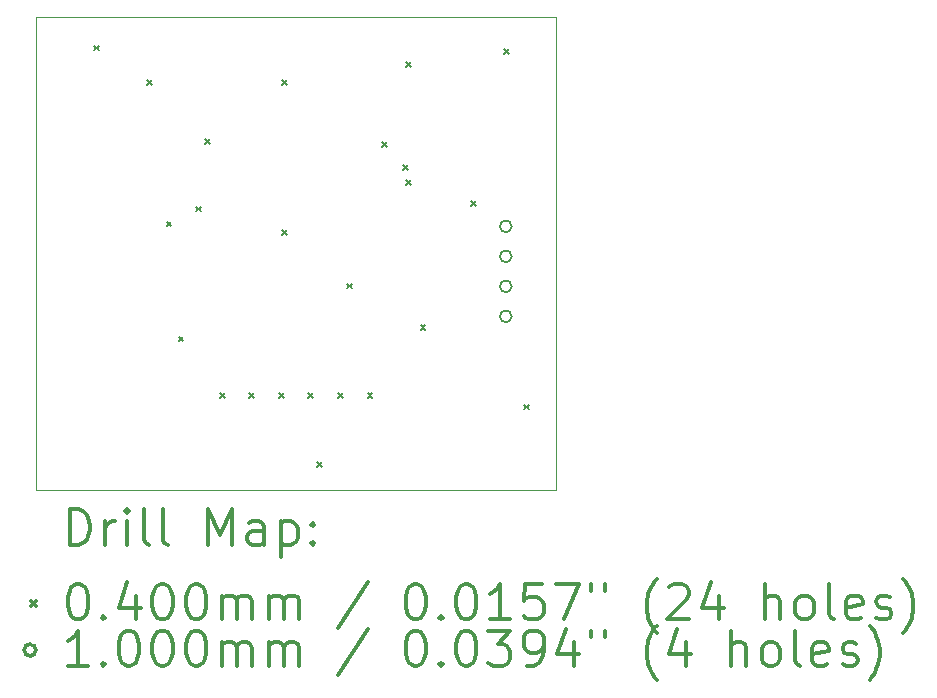
<source format=gbr>
%FSLAX45Y45*%
G04 Gerber Fmt 4.5, Leading zero omitted, Abs format (unit mm)*
G04 Created by KiCad (PCBNEW 5.1.10-88a1d61d58~90~ubuntu20.04.1) date 2021-11-23 17:04:56*
%MOMM*%
%LPD*%
G01*
G04 APERTURE LIST*
%TA.AperFunction,Profile*%
%ADD10C,0.050000*%
%TD*%
%ADD11C,0.200000*%
%ADD12C,0.300000*%
G04 APERTURE END LIST*
D10*
X7900000Y-7000000D02*
X7900000Y-3000000D01*
X12300000Y-7000000D02*
X7900000Y-7000000D01*
X12300000Y-3000000D02*
X12300000Y-7000000D01*
X7900000Y-3000000D02*
X12300000Y-3000000D01*
D11*
X8390000Y-3240000D02*
X8430000Y-3280000D01*
X8430000Y-3240000D02*
X8390000Y-3280000D01*
X8840000Y-3530000D02*
X8880000Y-3570000D01*
X8880000Y-3530000D02*
X8840000Y-3570000D01*
X9005000Y-4730000D02*
X9045000Y-4770000D01*
X9045000Y-4730000D02*
X9005000Y-4770000D01*
X9105000Y-5705000D02*
X9145000Y-5745000D01*
X9145000Y-5705000D02*
X9105000Y-5745000D01*
X9255000Y-4605000D02*
X9295000Y-4645000D01*
X9295000Y-4605000D02*
X9255000Y-4645000D01*
X9330000Y-4030000D02*
X9370000Y-4070000D01*
X9370000Y-4030000D02*
X9330000Y-4070000D01*
X9455000Y-6180000D02*
X9495000Y-6220000D01*
X9495000Y-6180000D02*
X9455000Y-6220000D01*
X9705000Y-6180000D02*
X9745000Y-6220000D01*
X9745000Y-6180000D02*
X9705000Y-6220000D01*
X9955000Y-6180000D02*
X9995000Y-6220000D01*
X9995000Y-6180000D02*
X9955000Y-6220000D01*
X9980000Y-3530000D02*
X10020000Y-3570000D01*
X10020000Y-3530000D02*
X9980000Y-3570000D01*
X9980000Y-4805000D02*
X10020000Y-4845000D01*
X10020000Y-4805000D02*
X9980000Y-4845000D01*
X10205000Y-6180000D02*
X10245000Y-6220000D01*
X10245000Y-6180000D02*
X10205000Y-6220000D01*
X10280000Y-6770000D02*
X10320000Y-6810000D01*
X10320000Y-6770000D02*
X10280000Y-6810000D01*
X10455000Y-6180000D02*
X10495000Y-6220000D01*
X10495000Y-6180000D02*
X10455000Y-6220000D01*
X10530000Y-5255000D02*
X10570000Y-5295000D01*
X10570000Y-5255000D02*
X10530000Y-5295000D01*
X10705000Y-6180000D02*
X10745000Y-6220000D01*
X10745000Y-6180000D02*
X10705000Y-6220000D01*
X10830000Y-4055000D02*
X10870000Y-4095000D01*
X10870000Y-4055000D02*
X10830000Y-4095000D01*
X11005000Y-4255000D02*
X11045000Y-4295000D01*
X11045000Y-4255000D02*
X11005000Y-4295000D01*
X11030000Y-3380000D02*
X11070000Y-3420000D01*
X11070000Y-3380000D02*
X11030000Y-3420000D01*
X11030000Y-4380000D02*
X11070000Y-4420000D01*
X11070000Y-4380000D02*
X11030000Y-4420000D01*
X11155000Y-5605000D02*
X11195000Y-5645000D01*
X11195000Y-5605000D02*
X11155000Y-5645000D01*
X11580000Y-4555000D02*
X11620000Y-4595000D01*
X11620000Y-4555000D02*
X11580000Y-4595000D01*
X11860000Y-3270000D02*
X11900000Y-3310000D01*
X11900000Y-3270000D02*
X11860000Y-3310000D01*
X12030000Y-6280000D02*
X12070000Y-6320000D01*
X12070000Y-6280000D02*
X12030000Y-6320000D01*
X11925000Y-4771000D02*
G75*
G03*
X11925000Y-4771000I-50000J0D01*
G01*
X11925000Y-5025000D02*
G75*
G03*
X11925000Y-5025000I-50000J0D01*
G01*
X11925000Y-5279000D02*
G75*
G03*
X11925000Y-5279000I-50000J0D01*
G01*
X11925000Y-5533000D02*
G75*
G03*
X11925000Y-5533000I-50000J0D01*
G01*
D12*
X8183928Y-7468214D02*
X8183928Y-7168214D01*
X8255357Y-7168214D01*
X8298214Y-7182500D01*
X8326786Y-7211071D01*
X8341071Y-7239643D01*
X8355357Y-7296786D01*
X8355357Y-7339643D01*
X8341071Y-7396786D01*
X8326786Y-7425357D01*
X8298214Y-7453929D01*
X8255357Y-7468214D01*
X8183928Y-7468214D01*
X8483928Y-7468214D02*
X8483928Y-7268214D01*
X8483928Y-7325357D02*
X8498214Y-7296786D01*
X8512500Y-7282500D01*
X8541071Y-7268214D01*
X8569643Y-7268214D01*
X8669643Y-7468214D02*
X8669643Y-7268214D01*
X8669643Y-7168214D02*
X8655357Y-7182500D01*
X8669643Y-7196786D01*
X8683928Y-7182500D01*
X8669643Y-7168214D01*
X8669643Y-7196786D01*
X8855357Y-7468214D02*
X8826786Y-7453929D01*
X8812500Y-7425357D01*
X8812500Y-7168214D01*
X9012500Y-7468214D02*
X8983928Y-7453929D01*
X8969643Y-7425357D01*
X8969643Y-7168214D01*
X9355357Y-7468214D02*
X9355357Y-7168214D01*
X9455357Y-7382500D01*
X9555357Y-7168214D01*
X9555357Y-7468214D01*
X9826786Y-7468214D02*
X9826786Y-7311071D01*
X9812500Y-7282500D01*
X9783928Y-7268214D01*
X9726786Y-7268214D01*
X9698214Y-7282500D01*
X9826786Y-7453929D02*
X9798214Y-7468214D01*
X9726786Y-7468214D01*
X9698214Y-7453929D01*
X9683928Y-7425357D01*
X9683928Y-7396786D01*
X9698214Y-7368214D01*
X9726786Y-7353929D01*
X9798214Y-7353929D01*
X9826786Y-7339643D01*
X9969643Y-7268214D02*
X9969643Y-7568214D01*
X9969643Y-7282500D02*
X9998214Y-7268214D01*
X10055357Y-7268214D01*
X10083928Y-7282500D01*
X10098214Y-7296786D01*
X10112500Y-7325357D01*
X10112500Y-7411071D01*
X10098214Y-7439643D01*
X10083928Y-7453929D01*
X10055357Y-7468214D01*
X9998214Y-7468214D01*
X9969643Y-7453929D01*
X10241071Y-7439643D02*
X10255357Y-7453929D01*
X10241071Y-7468214D01*
X10226786Y-7453929D01*
X10241071Y-7439643D01*
X10241071Y-7468214D01*
X10241071Y-7282500D02*
X10255357Y-7296786D01*
X10241071Y-7311071D01*
X10226786Y-7296786D01*
X10241071Y-7282500D01*
X10241071Y-7311071D01*
X7857500Y-7942500D02*
X7897500Y-7982500D01*
X7897500Y-7942500D02*
X7857500Y-7982500D01*
X8241071Y-7798214D02*
X8269643Y-7798214D01*
X8298214Y-7812500D01*
X8312500Y-7826786D01*
X8326786Y-7855357D01*
X8341071Y-7912500D01*
X8341071Y-7983929D01*
X8326786Y-8041071D01*
X8312500Y-8069643D01*
X8298214Y-8083929D01*
X8269643Y-8098214D01*
X8241071Y-8098214D01*
X8212500Y-8083929D01*
X8198214Y-8069643D01*
X8183928Y-8041071D01*
X8169643Y-7983929D01*
X8169643Y-7912500D01*
X8183928Y-7855357D01*
X8198214Y-7826786D01*
X8212500Y-7812500D01*
X8241071Y-7798214D01*
X8469643Y-8069643D02*
X8483928Y-8083929D01*
X8469643Y-8098214D01*
X8455357Y-8083929D01*
X8469643Y-8069643D01*
X8469643Y-8098214D01*
X8741071Y-7898214D02*
X8741071Y-8098214D01*
X8669643Y-7783929D02*
X8598214Y-7998214D01*
X8783928Y-7998214D01*
X8955357Y-7798214D02*
X8983928Y-7798214D01*
X9012500Y-7812500D01*
X9026786Y-7826786D01*
X9041071Y-7855357D01*
X9055357Y-7912500D01*
X9055357Y-7983929D01*
X9041071Y-8041071D01*
X9026786Y-8069643D01*
X9012500Y-8083929D01*
X8983928Y-8098214D01*
X8955357Y-8098214D01*
X8926786Y-8083929D01*
X8912500Y-8069643D01*
X8898214Y-8041071D01*
X8883928Y-7983929D01*
X8883928Y-7912500D01*
X8898214Y-7855357D01*
X8912500Y-7826786D01*
X8926786Y-7812500D01*
X8955357Y-7798214D01*
X9241071Y-7798214D02*
X9269643Y-7798214D01*
X9298214Y-7812500D01*
X9312500Y-7826786D01*
X9326786Y-7855357D01*
X9341071Y-7912500D01*
X9341071Y-7983929D01*
X9326786Y-8041071D01*
X9312500Y-8069643D01*
X9298214Y-8083929D01*
X9269643Y-8098214D01*
X9241071Y-8098214D01*
X9212500Y-8083929D01*
X9198214Y-8069643D01*
X9183928Y-8041071D01*
X9169643Y-7983929D01*
X9169643Y-7912500D01*
X9183928Y-7855357D01*
X9198214Y-7826786D01*
X9212500Y-7812500D01*
X9241071Y-7798214D01*
X9469643Y-8098214D02*
X9469643Y-7898214D01*
X9469643Y-7926786D02*
X9483928Y-7912500D01*
X9512500Y-7898214D01*
X9555357Y-7898214D01*
X9583928Y-7912500D01*
X9598214Y-7941071D01*
X9598214Y-8098214D01*
X9598214Y-7941071D02*
X9612500Y-7912500D01*
X9641071Y-7898214D01*
X9683928Y-7898214D01*
X9712500Y-7912500D01*
X9726786Y-7941071D01*
X9726786Y-8098214D01*
X9869643Y-8098214D02*
X9869643Y-7898214D01*
X9869643Y-7926786D02*
X9883928Y-7912500D01*
X9912500Y-7898214D01*
X9955357Y-7898214D01*
X9983928Y-7912500D01*
X9998214Y-7941071D01*
X9998214Y-8098214D01*
X9998214Y-7941071D02*
X10012500Y-7912500D01*
X10041071Y-7898214D01*
X10083928Y-7898214D01*
X10112500Y-7912500D01*
X10126786Y-7941071D01*
X10126786Y-8098214D01*
X10712500Y-7783929D02*
X10455357Y-8169643D01*
X11098214Y-7798214D02*
X11126786Y-7798214D01*
X11155357Y-7812500D01*
X11169643Y-7826786D01*
X11183928Y-7855357D01*
X11198214Y-7912500D01*
X11198214Y-7983929D01*
X11183928Y-8041071D01*
X11169643Y-8069643D01*
X11155357Y-8083929D01*
X11126786Y-8098214D01*
X11098214Y-8098214D01*
X11069643Y-8083929D01*
X11055357Y-8069643D01*
X11041071Y-8041071D01*
X11026786Y-7983929D01*
X11026786Y-7912500D01*
X11041071Y-7855357D01*
X11055357Y-7826786D01*
X11069643Y-7812500D01*
X11098214Y-7798214D01*
X11326786Y-8069643D02*
X11341071Y-8083929D01*
X11326786Y-8098214D01*
X11312500Y-8083929D01*
X11326786Y-8069643D01*
X11326786Y-8098214D01*
X11526786Y-7798214D02*
X11555357Y-7798214D01*
X11583928Y-7812500D01*
X11598214Y-7826786D01*
X11612500Y-7855357D01*
X11626786Y-7912500D01*
X11626786Y-7983929D01*
X11612500Y-8041071D01*
X11598214Y-8069643D01*
X11583928Y-8083929D01*
X11555357Y-8098214D01*
X11526786Y-8098214D01*
X11498214Y-8083929D01*
X11483928Y-8069643D01*
X11469643Y-8041071D01*
X11455357Y-7983929D01*
X11455357Y-7912500D01*
X11469643Y-7855357D01*
X11483928Y-7826786D01*
X11498214Y-7812500D01*
X11526786Y-7798214D01*
X11912500Y-8098214D02*
X11741071Y-8098214D01*
X11826786Y-8098214D02*
X11826786Y-7798214D01*
X11798214Y-7841071D01*
X11769643Y-7869643D01*
X11741071Y-7883929D01*
X12183928Y-7798214D02*
X12041071Y-7798214D01*
X12026786Y-7941071D01*
X12041071Y-7926786D01*
X12069643Y-7912500D01*
X12141071Y-7912500D01*
X12169643Y-7926786D01*
X12183928Y-7941071D01*
X12198214Y-7969643D01*
X12198214Y-8041071D01*
X12183928Y-8069643D01*
X12169643Y-8083929D01*
X12141071Y-8098214D01*
X12069643Y-8098214D01*
X12041071Y-8083929D01*
X12026786Y-8069643D01*
X12298214Y-7798214D02*
X12498214Y-7798214D01*
X12369643Y-8098214D01*
X12598214Y-7798214D02*
X12598214Y-7855357D01*
X12712500Y-7798214D02*
X12712500Y-7855357D01*
X13155357Y-8212500D02*
X13141071Y-8198214D01*
X13112500Y-8155357D01*
X13098214Y-8126786D01*
X13083928Y-8083929D01*
X13069643Y-8012500D01*
X13069643Y-7955357D01*
X13083928Y-7883929D01*
X13098214Y-7841071D01*
X13112500Y-7812500D01*
X13141071Y-7769643D01*
X13155357Y-7755357D01*
X13255357Y-7826786D02*
X13269643Y-7812500D01*
X13298214Y-7798214D01*
X13369643Y-7798214D01*
X13398214Y-7812500D01*
X13412500Y-7826786D01*
X13426786Y-7855357D01*
X13426786Y-7883929D01*
X13412500Y-7926786D01*
X13241071Y-8098214D01*
X13426786Y-8098214D01*
X13683928Y-7898214D02*
X13683928Y-8098214D01*
X13612500Y-7783929D02*
X13541071Y-7998214D01*
X13726786Y-7998214D01*
X14069643Y-8098214D02*
X14069643Y-7798214D01*
X14198214Y-8098214D02*
X14198214Y-7941071D01*
X14183928Y-7912500D01*
X14155357Y-7898214D01*
X14112500Y-7898214D01*
X14083928Y-7912500D01*
X14069643Y-7926786D01*
X14383928Y-8098214D02*
X14355357Y-8083929D01*
X14341071Y-8069643D01*
X14326786Y-8041071D01*
X14326786Y-7955357D01*
X14341071Y-7926786D01*
X14355357Y-7912500D01*
X14383928Y-7898214D01*
X14426786Y-7898214D01*
X14455357Y-7912500D01*
X14469643Y-7926786D01*
X14483928Y-7955357D01*
X14483928Y-8041071D01*
X14469643Y-8069643D01*
X14455357Y-8083929D01*
X14426786Y-8098214D01*
X14383928Y-8098214D01*
X14655357Y-8098214D02*
X14626786Y-8083929D01*
X14612500Y-8055357D01*
X14612500Y-7798214D01*
X14883928Y-8083929D02*
X14855357Y-8098214D01*
X14798214Y-8098214D01*
X14769643Y-8083929D01*
X14755357Y-8055357D01*
X14755357Y-7941071D01*
X14769643Y-7912500D01*
X14798214Y-7898214D01*
X14855357Y-7898214D01*
X14883928Y-7912500D01*
X14898214Y-7941071D01*
X14898214Y-7969643D01*
X14755357Y-7998214D01*
X15012500Y-8083929D02*
X15041071Y-8098214D01*
X15098214Y-8098214D01*
X15126786Y-8083929D01*
X15141071Y-8055357D01*
X15141071Y-8041071D01*
X15126786Y-8012500D01*
X15098214Y-7998214D01*
X15055357Y-7998214D01*
X15026786Y-7983929D01*
X15012500Y-7955357D01*
X15012500Y-7941071D01*
X15026786Y-7912500D01*
X15055357Y-7898214D01*
X15098214Y-7898214D01*
X15126786Y-7912500D01*
X15241071Y-8212500D02*
X15255357Y-8198214D01*
X15283928Y-8155357D01*
X15298214Y-8126786D01*
X15312500Y-8083929D01*
X15326786Y-8012500D01*
X15326786Y-7955357D01*
X15312500Y-7883929D01*
X15298214Y-7841071D01*
X15283928Y-7812500D01*
X15255357Y-7769643D01*
X15241071Y-7755357D01*
X7897500Y-8358500D02*
G75*
G03*
X7897500Y-8358500I-50000J0D01*
G01*
X8341071Y-8494214D02*
X8169643Y-8494214D01*
X8255357Y-8494214D02*
X8255357Y-8194214D01*
X8226786Y-8237071D01*
X8198214Y-8265643D01*
X8169643Y-8279929D01*
X8469643Y-8465643D02*
X8483928Y-8479929D01*
X8469643Y-8494214D01*
X8455357Y-8479929D01*
X8469643Y-8465643D01*
X8469643Y-8494214D01*
X8669643Y-8194214D02*
X8698214Y-8194214D01*
X8726786Y-8208500D01*
X8741071Y-8222786D01*
X8755357Y-8251357D01*
X8769643Y-8308500D01*
X8769643Y-8379929D01*
X8755357Y-8437072D01*
X8741071Y-8465643D01*
X8726786Y-8479929D01*
X8698214Y-8494214D01*
X8669643Y-8494214D01*
X8641071Y-8479929D01*
X8626786Y-8465643D01*
X8612500Y-8437072D01*
X8598214Y-8379929D01*
X8598214Y-8308500D01*
X8612500Y-8251357D01*
X8626786Y-8222786D01*
X8641071Y-8208500D01*
X8669643Y-8194214D01*
X8955357Y-8194214D02*
X8983928Y-8194214D01*
X9012500Y-8208500D01*
X9026786Y-8222786D01*
X9041071Y-8251357D01*
X9055357Y-8308500D01*
X9055357Y-8379929D01*
X9041071Y-8437072D01*
X9026786Y-8465643D01*
X9012500Y-8479929D01*
X8983928Y-8494214D01*
X8955357Y-8494214D01*
X8926786Y-8479929D01*
X8912500Y-8465643D01*
X8898214Y-8437072D01*
X8883928Y-8379929D01*
X8883928Y-8308500D01*
X8898214Y-8251357D01*
X8912500Y-8222786D01*
X8926786Y-8208500D01*
X8955357Y-8194214D01*
X9241071Y-8194214D02*
X9269643Y-8194214D01*
X9298214Y-8208500D01*
X9312500Y-8222786D01*
X9326786Y-8251357D01*
X9341071Y-8308500D01*
X9341071Y-8379929D01*
X9326786Y-8437072D01*
X9312500Y-8465643D01*
X9298214Y-8479929D01*
X9269643Y-8494214D01*
X9241071Y-8494214D01*
X9212500Y-8479929D01*
X9198214Y-8465643D01*
X9183928Y-8437072D01*
X9169643Y-8379929D01*
X9169643Y-8308500D01*
X9183928Y-8251357D01*
X9198214Y-8222786D01*
X9212500Y-8208500D01*
X9241071Y-8194214D01*
X9469643Y-8494214D02*
X9469643Y-8294214D01*
X9469643Y-8322786D02*
X9483928Y-8308500D01*
X9512500Y-8294214D01*
X9555357Y-8294214D01*
X9583928Y-8308500D01*
X9598214Y-8337071D01*
X9598214Y-8494214D01*
X9598214Y-8337071D02*
X9612500Y-8308500D01*
X9641071Y-8294214D01*
X9683928Y-8294214D01*
X9712500Y-8308500D01*
X9726786Y-8337071D01*
X9726786Y-8494214D01*
X9869643Y-8494214D02*
X9869643Y-8294214D01*
X9869643Y-8322786D02*
X9883928Y-8308500D01*
X9912500Y-8294214D01*
X9955357Y-8294214D01*
X9983928Y-8308500D01*
X9998214Y-8337071D01*
X9998214Y-8494214D01*
X9998214Y-8337071D02*
X10012500Y-8308500D01*
X10041071Y-8294214D01*
X10083928Y-8294214D01*
X10112500Y-8308500D01*
X10126786Y-8337071D01*
X10126786Y-8494214D01*
X10712500Y-8179929D02*
X10455357Y-8565643D01*
X11098214Y-8194214D02*
X11126786Y-8194214D01*
X11155357Y-8208500D01*
X11169643Y-8222786D01*
X11183928Y-8251357D01*
X11198214Y-8308500D01*
X11198214Y-8379929D01*
X11183928Y-8437072D01*
X11169643Y-8465643D01*
X11155357Y-8479929D01*
X11126786Y-8494214D01*
X11098214Y-8494214D01*
X11069643Y-8479929D01*
X11055357Y-8465643D01*
X11041071Y-8437072D01*
X11026786Y-8379929D01*
X11026786Y-8308500D01*
X11041071Y-8251357D01*
X11055357Y-8222786D01*
X11069643Y-8208500D01*
X11098214Y-8194214D01*
X11326786Y-8465643D02*
X11341071Y-8479929D01*
X11326786Y-8494214D01*
X11312500Y-8479929D01*
X11326786Y-8465643D01*
X11326786Y-8494214D01*
X11526786Y-8194214D02*
X11555357Y-8194214D01*
X11583928Y-8208500D01*
X11598214Y-8222786D01*
X11612500Y-8251357D01*
X11626786Y-8308500D01*
X11626786Y-8379929D01*
X11612500Y-8437072D01*
X11598214Y-8465643D01*
X11583928Y-8479929D01*
X11555357Y-8494214D01*
X11526786Y-8494214D01*
X11498214Y-8479929D01*
X11483928Y-8465643D01*
X11469643Y-8437072D01*
X11455357Y-8379929D01*
X11455357Y-8308500D01*
X11469643Y-8251357D01*
X11483928Y-8222786D01*
X11498214Y-8208500D01*
X11526786Y-8194214D01*
X11726786Y-8194214D02*
X11912500Y-8194214D01*
X11812500Y-8308500D01*
X11855357Y-8308500D01*
X11883928Y-8322786D01*
X11898214Y-8337071D01*
X11912500Y-8365643D01*
X11912500Y-8437072D01*
X11898214Y-8465643D01*
X11883928Y-8479929D01*
X11855357Y-8494214D01*
X11769643Y-8494214D01*
X11741071Y-8479929D01*
X11726786Y-8465643D01*
X12055357Y-8494214D02*
X12112500Y-8494214D01*
X12141071Y-8479929D01*
X12155357Y-8465643D01*
X12183928Y-8422786D01*
X12198214Y-8365643D01*
X12198214Y-8251357D01*
X12183928Y-8222786D01*
X12169643Y-8208500D01*
X12141071Y-8194214D01*
X12083928Y-8194214D01*
X12055357Y-8208500D01*
X12041071Y-8222786D01*
X12026786Y-8251357D01*
X12026786Y-8322786D01*
X12041071Y-8351357D01*
X12055357Y-8365643D01*
X12083928Y-8379929D01*
X12141071Y-8379929D01*
X12169643Y-8365643D01*
X12183928Y-8351357D01*
X12198214Y-8322786D01*
X12455357Y-8294214D02*
X12455357Y-8494214D01*
X12383928Y-8179929D02*
X12312500Y-8394214D01*
X12498214Y-8394214D01*
X12598214Y-8194214D02*
X12598214Y-8251357D01*
X12712500Y-8194214D02*
X12712500Y-8251357D01*
X13155357Y-8608500D02*
X13141071Y-8594214D01*
X13112500Y-8551357D01*
X13098214Y-8522786D01*
X13083928Y-8479929D01*
X13069643Y-8408500D01*
X13069643Y-8351357D01*
X13083928Y-8279929D01*
X13098214Y-8237071D01*
X13112500Y-8208500D01*
X13141071Y-8165643D01*
X13155357Y-8151357D01*
X13398214Y-8294214D02*
X13398214Y-8494214D01*
X13326786Y-8179929D02*
X13255357Y-8394214D01*
X13441071Y-8394214D01*
X13783928Y-8494214D02*
X13783928Y-8194214D01*
X13912500Y-8494214D02*
X13912500Y-8337071D01*
X13898214Y-8308500D01*
X13869643Y-8294214D01*
X13826786Y-8294214D01*
X13798214Y-8308500D01*
X13783928Y-8322786D01*
X14098214Y-8494214D02*
X14069643Y-8479929D01*
X14055357Y-8465643D01*
X14041071Y-8437072D01*
X14041071Y-8351357D01*
X14055357Y-8322786D01*
X14069643Y-8308500D01*
X14098214Y-8294214D01*
X14141071Y-8294214D01*
X14169643Y-8308500D01*
X14183928Y-8322786D01*
X14198214Y-8351357D01*
X14198214Y-8437072D01*
X14183928Y-8465643D01*
X14169643Y-8479929D01*
X14141071Y-8494214D01*
X14098214Y-8494214D01*
X14369643Y-8494214D02*
X14341071Y-8479929D01*
X14326786Y-8451357D01*
X14326786Y-8194214D01*
X14598214Y-8479929D02*
X14569643Y-8494214D01*
X14512500Y-8494214D01*
X14483928Y-8479929D01*
X14469643Y-8451357D01*
X14469643Y-8337071D01*
X14483928Y-8308500D01*
X14512500Y-8294214D01*
X14569643Y-8294214D01*
X14598214Y-8308500D01*
X14612500Y-8337071D01*
X14612500Y-8365643D01*
X14469643Y-8394214D01*
X14726786Y-8479929D02*
X14755357Y-8494214D01*
X14812500Y-8494214D01*
X14841071Y-8479929D01*
X14855357Y-8451357D01*
X14855357Y-8437072D01*
X14841071Y-8408500D01*
X14812500Y-8394214D01*
X14769643Y-8394214D01*
X14741071Y-8379929D01*
X14726786Y-8351357D01*
X14726786Y-8337071D01*
X14741071Y-8308500D01*
X14769643Y-8294214D01*
X14812500Y-8294214D01*
X14841071Y-8308500D01*
X14955357Y-8608500D02*
X14969643Y-8594214D01*
X14998214Y-8551357D01*
X15012500Y-8522786D01*
X15026786Y-8479929D01*
X15041071Y-8408500D01*
X15041071Y-8351357D01*
X15026786Y-8279929D01*
X15012500Y-8237071D01*
X14998214Y-8208500D01*
X14969643Y-8165643D01*
X14955357Y-8151357D01*
M02*

</source>
